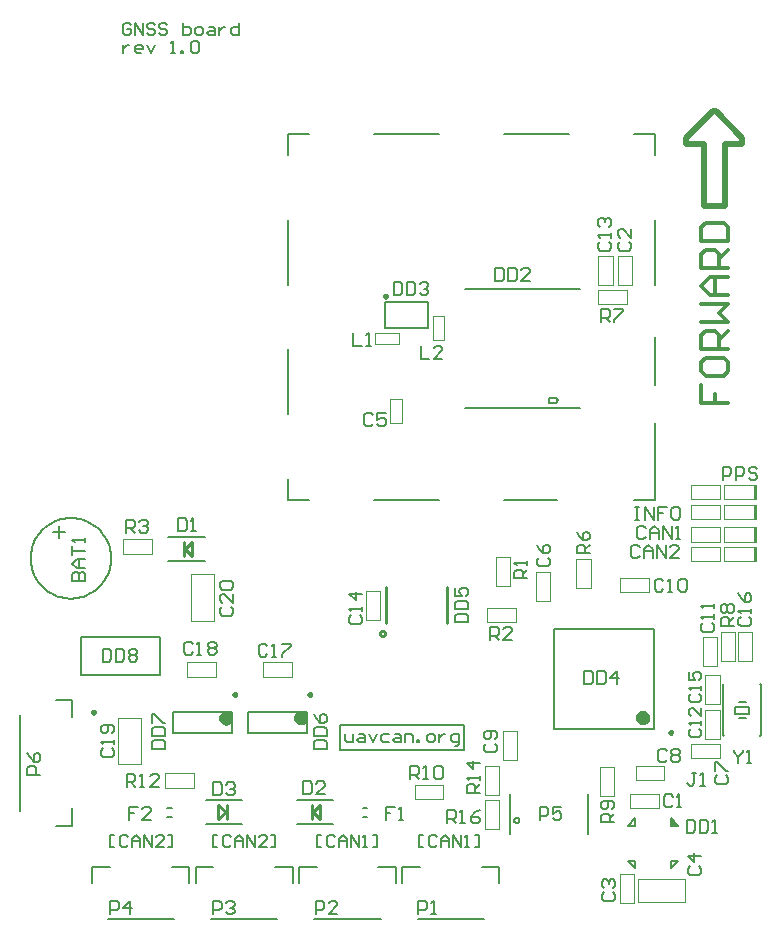
<source format=gto>
%FSTAX43Y43*%
%MOMM*%
%SFA1B1*%

%IPPOS*%
%ADD40C,0.253999*%
%ADD44C,0.203000*%
%ADD45C,0.507999*%
%ADD46C,0.380999*%
%ADD63C,0.250000*%
%ADD64C,0.200000*%
%ADD65C,0.599999*%
%ADD66C,0.100000*%
%ADD67C,0.150000*%
%ADD68C,0.152000*%
%ADD69C,0.147000*%
%ADD70C,0.150000*%
%LNgps-1*%
%LPD*%
G36*
X0151449Y0108695D02*
X0150849D01*
Y0109295*
X0151449Y0108695*
G37*
G54D40*
X0126679Y0124941D02*
D01*
X0126679Y0124957*
X0126677Y0124973*
X0126675Y0124988*
X0126671Y0125003*
X0126666Y0125018*
X012666Y0125033*
X0126653Y0125047*
X0126645Y012506*
X0126637Y0125073*
X0126627Y0125085*
X0126617Y0125097*
X0126605Y0125108*
X0126593Y0125118*
X0126581Y0125127*
X0126567Y0125135*
X0126554Y0125143*
X0126539Y0125149*
X0126525Y0125155*
X012651Y0125159*
X0126494Y0125162*
X0126479Y0125164*
X0126463Y0125165*
X0126448*
X0126432Y0125164*
X0126417Y0125162*
X0126401Y0125159*
X0126386Y0125155*
X0126372Y0125149*
X0126357Y0125143*
X0126343Y0125135*
X012633Y0125127*
X0126318Y0125118*
X0126306Y0125108*
X0126294Y0125097*
X0126284Y0125085*
X0126274Y0125073*
X0126266Y012506*
X0126258Y0125047*
X0126251Y0125033*
X0126245Y0125018*
X012624Y0125003*
X0126236Y0124988*
X0126234Y0124973*
X0126232Y0124957*
X0126231Y0124941*
X0126232Y0124926*
X0126234Y012491*
X0126236Y0124895*
X012624Y012488*
X0126245Y0124865*
X0126251Y012485*
X0126258Y0124836*
X0126266Y0124823*
X0126274Y012481*
X0126284Y0124797*
X0126294Y0124786*
X0126306Y0124775*
X0126318Y0124765*
X012633Y0124756*
X0126343Y0124747*
X0126357Y012474*
X0126372Y0124734*
X0126386Y0124728*
X0126401Y0124724*
X0126417Y0124721*
X0126432Y0124719*
X0126448Y0124718*
X0126463*
X0126479Y0124719*
X0126494Y0124721*
X012651Y0124724*
X0126525Y0124728*
X0126539Y0124734*
X0126554Y012474*
X0126567Y0124747*
X0126581Y0124756*
X0126593Y0124765*
X0126605Y0124775*
X0126617Y0124786*
X0126627Y0124797*
X0126637Y012481*
X0126645Y0124823*
X0126653Y0124836*
X012666Y012485*
X0126666Y0124865*
X0126671Y012488*
X0126675Y0124895*
X0126677Y012491*
X0126679Y0124926*
X0126679Y0124941*
X0126825Y0153521D02*
D01*
X0126825Y015353*
X0126824Y0153539*
X0126823Y0153548*
X0126821Y0153556*
X0126818Y0153565*
X0126815Y0153573*
X0126811Y0153581*
X0126806Y0153589*
X0126801Y0153596*
X0126796Y0153603*
X012679Y015361*
X0126783Y0153616*
X0126777Y0153622*
X012677Y0153627*
X0126762Y0153631*
X0126754Y0153636*
X0126746Y0153639*
X0126738Y0153642*
X0126729Y0153645*
X0126721Y0153647*
X0126712Y0153648*
X0126703Y0153648*
X0126694*
X0126685Y0153648*
X0126676Y0153647*
X0126668Y0153645*
X0126659Y0153642*
X0126651Y0153639*
X0126643Y0153636*
X0126635Y0153631*
X0126627Y0153627*
X012662Y0153622*
X0126613Y0153616*
X0126607Y015361*
X0126601Y0153603*
X0126596Y0153596*
X0126591Y0153589*
X0126586Y0153581*
X0126582Y0153573*
X0126579Y0153565*
X0126576Y0153556*
X0126574Y0153548*
X0126573Y0153539*
X0126572Y015353*
X0126571Y0153521*
X0126572Y0153513*
X0126573Y0153504*
X0126574Y0153495*
X0126576Y0153486*
X0126579Y0153478*
X0126582Y015347*
X0126586Y0153462*
X0126591Y0153454*
X0126596Y0153447*
X0126601Y015344*
X0126607Y0153433*
X0126613Y0153427*
X012662Y0153421*
X0126627Y0153416*
X0126635Y0153412*
X0126643Y0153407*
X0126651Y0153404*
X0126659Y0153401*
X0126668Y0153398*
X0126676Y0153396*
X0126685Y0153395*
X0126694Y0153395*
X0126703*
X0126712Y0153395*
X0126721Y0153396*
X0126729Y0153398*
X0126738Y0153401*
X0126746Y0153404*
X0126754Y0153407*
X0126762Y0153412*
X012677Y0153416*
X0126777Y0153421*
X0126783Y0153427*
X012679Y0153433*
X0126796Y015344*
X0126801Y0153447*
X0126806Y0153454*
X0126811Y0153462*
X0126815Y015347*
X0126818Y0153478*
X0126821Y0153486*
X0126823Y0153495*
X0126824Y0153504*
X0126825Y0153513*
X0126825Y0153521*
X0126755Y0125865D02*
Y0128865D01*
X0131955Y0125865D02*
Y0128865D01*
X0120599Y0109824D02*
X0121199Y0110424D01*
X0120499Y0109224D02*
Y0110424D01*
X0120599Y0109824D02*
X0121199Y0109224D01*
Y0110424*
X0112574Y0109224D02*
X0113174Y0109824D01*
X0113274Y0109224D02*
Y0110424D01*
X0112574D02*
X0113174Y0109824D01*
X0112574Y0109224D02*
Y0110424D01*
X0109724Y0132099D02*
X0110324Y0132699D01*
X0109624Y0131499D02*
Y0132699D01*
X0109724Y0132099D02*
X0110324Y0131499D01*
Y0132699*
G54D44*
X0103478Y0131313D02*
D01*
X010347Y0131551*
X0103445Y0131787*
X0103404Y0132021*
X0103347Y0132252*
X0103273Y0132478*
X0103184Y0132698*
X010308Y0132912*
X0102961Y0133117*
X0102828Y0133314*
X0102682Y0133502*
X0102523Y0133678*
X0102352Y0133843*
X010217Y0133996*
X0101978Y0134136*
X0101776Y0134261*
X0101567Y0134373*
X010135Y013447*
X0101126Y0134551*
X0100898Y0134616*
X0100666Y0134666*
X010043Y0134699*
X0100193Y0134715*
X0099956*
X0099719Y0134699*
X0099483Y0134666*
X0099251Y0134616*
X0099023Y0134551*
X0098799Y013447*
X0098582Y0134373*
X0098372Y0134261*
X0098171Y0134136*
X0097979Y0133996*
X0097797Y0133843*
X0097626Y0133678*
X0097467Y0133502*
X0097321Y0133314*
X0097188Y0133117*
X0097069Y0132912*
X0096965Y0132698*
X0096876Y0132478*
X0096802Y0132252*
X0096745Y0132021*
X0096704Y0131787*
X0096679Y0131551*
X009667Y0131313*
X0096679Y0131076*
X0096704Y013084*
X0096745Y0130606*
X0096802Y0130375*
X0096876Y0130149*
X0096965Y0129929*
X0097069Y0129715*
X0097188Y012951*
X0097321Y0129313*
X0097467Y0129125*
X0097626Y0128949*
X0097797Y0128784*
X0097979Y0128631*
X0098171Y0128491*
X0098372Y0128366*
X0098582Y0128254*
X0098799Y0128157*
X0099023Y0128076*
X0099251Y0128011*
X0099483Y0127961*
X0099719Y0127928*
X0099956Y0127912*
X0100193*
X010043Y0127928*
X0100666Y0127961*
X0100898Y0128011*
X0101126Y0128076*
X010135Y0128157*
X0101567Y0128254*
X0101776Y0128366*
X0101978Y0128491*
X010217Y0128631*
X0102352Y0128784*
X0102523Y0128949*
X0102682Y0129125*
X0102828Y0129313*
X0102961Y012951*
X010308Y0129715*
X0103184Y0129929*
X0103273Y0130149*
X0103347Y0130375*
X0103404Y0130606*
X0103445Y013084*
X010347Y0131076*
X0103478Y0131313*
G54D45*
X0152174Y0166924D02*
X0154424Y0169174D01*
X0156924Y0166424D02*
Y0166924D01*
X0154674Y0169174D02*
X0156924Y0166924D01*
X0154424Y0169174D02*
X0154674D01*
X0152174Y0166424D02*
X0153674D01*
X0155424D02*
X0156924D01*
X0155424Y0161174D02*
Y0166424D01*
X0153674Y0161174D02*
X0155424D01*
X0153674D02*
Y0166424D01*
X0152174D02*
Y0166924D01*
G54D46*
X0153464Y0145998D02*
Y0144474D01*
X0154606*
Y0145236*
Y0144474*
X0155749*
X0153464Y0147902D02*
Y014714D01*
X0153845Y0146759*
X0155368*
X0155749Y014714*
Y0147902*
X0155368Y0148283*
X0153845*
X0153464Y0147902*
X0155749Y0149045D02*
X0153464D01*
Y0150187*
X0153845Y0150568*
X0154606*
X0154987Y0150187*
Y0149045*
Y0149806D02*
X0155749Y0150568D01*
X0153464Y015133D02*
X0155749D01*
X0154987Y0152092*
X0155749Y0152853*
X0153464*
X0155749Y0153615D02*
X0154225D01*
X0153464Y0154377*
X0154225Y0155139*
X0155749*
X0154606*
Y0153615*
X0155749Y01559D02*
X0153464D01*
Y0157043*
X0153845Y0157424*
X0154606*
X0154987Y0157043*
Y01559*
Y0156662D02*
X0155749Y0157424D01*
X0153464Y0158186D02*
X0155749D01*
Y0159328*
X0155368Y0159709*
X0153845*
X0153464Y0159328*
Y0158186*
G54D63*
X0102099Y0118299D02*
D01*
X0102099Y0118308*
X0102098Y0118317*
X0102097Y0118325*
X0102095Y0118334*
X0102092Y0118342*
X0102089Y011835*
X0102085Y0118358*
X010208Y0118366*
X0102076Y0118373*
X010207Y011838*
X0102064Y0118386*
X0102058Y0118392*
X0102051Y0118398*
X0102044Y0118403*
X0102037Y0118408*
X0102029Y0118412*
X0102021Y0118415*
X0102013Y0118418*
X0102005Y0118421*
X0101996Y0118423*
X0101988Y0118424*
X0101979Y0118424*
X010197*
X0101961Y0118424*
X0101953Y0118423*
X0101944Y0118421*
X0101936Y0118418*
X0101928Y0118415*
X010192Y0118412*
X0101912Y0118408*
X0101905Y0118403*
X0101898Y0118398*
X0101891Y0118392*
X0101885Y0118386*
X0101879Y011838*
X0101873Y0118373*
X0101868Y0118366*
X0101864Y0118358*
X010186Y011835*
X0101857Y0118342*
X0101854Y0118334*
X0101852Y0118325*
X0101851Y0118317*
X010185Y0118308*
X0101849Y0118299*
X010185Y0118291*
X0101851Y0118282*
X0101852Y0118274*
X0101854Y0118265*
X0101857Y0118257*
X010186Y0118249*
X0101864Y0118241*
X0101868Y0118233*
X0101873Y0118226*
X0101879Y0118219*
X0101885Y0118213*
X0101891Y0118207*
X0101898Y0118201*
X0101905Y0118196*
X0101912Y0118191*
X010192Y0118187*
X0101928Y0118184*
X0101936Y0118181*
X0101944Y0118178*
X0101953Y0118176*
X0101961Y0118175*
X010197Y0118175*
X0101979*
X0101988Y0118175*
X0101996Y0118176*
X0102005Y0118178*
X0102013Y0118181*
X0102021Y0118184*
X0102029Y0118187*
X0102037Y0118191*
X0102044Y0118196*
X0102051Y0118201*
X0102058Y0118207*
X0102064Y0118213*
X010207Y0118219*
X0102076Y0118226*
X010208Y0118233*
X0102085Y0118241*
X0102089Y0118249*
X0102092Y0118257*
X0102095Y0118265*
X0102097Y0118274*
X0102098Y0118282*
X0102099Y0118291*
X0102099Y0118299*
X012043Y0119803D02*
D01*
X012043Y0119812*
X0120429Y0119821*
X0120428Y0119829*
X0120426Y0119838*
X0120423Y0119846*
X012042Y0119854*
X0120416Y0119862*
X0120412Y011987*
X0120407Y0119877*
X0120401Y0119884*
X0120395Y011989*
X0120389Y0119896*
X0120382Y0119902*
X0120375Y0119907*
X0120368Y0119912*
X012036Y0119916*
X0120352Y0119919*
X0120344Y0119922*
X0120336Y0119925*
X0120327Y0119927*
X0120319Y0119928*
X012031Y0119928*
X0120301*
X0120292Y0119928*
X0120284Y0119927*
X0120275Y0119925*
X0120267Y0119922*
X0120259Y0119919*
X0120251Y0119916*
X0120243Y0119912*
X0120236Y0119907*
X0120229Y0119902*
X0120222Y0119896*
X0120216Y011989*
X012021Y0119884*
X0120204Y0119877*
X0120199Y011987*
X0120195Y0119862*
X0120191Y0119854*
X0120188Y0119846*
X0120185Y0119838*
X0120183Y0119829*
X0120182Y0119821*
X0120181Y0119812*
X012018Y0119803*
X0120181Y0119795*
X0120182Y0119786*
X0120183Y0119777*
X0120185Y0119769*
X0120188Y0119761*
X0120191Y0119753*
X0120195Y0119745*
X0120199Y0119737*
X0120204Y011973*
X012021Y0119723*
X0120216Y0119717*
X0120222Y0119711*
X0120229Y0119705*
X0120236Y01197*
X0120243Y0119695*
X0120251Y0119691*
X0120259Y0119688*
X0120267Y0119685*
X0120275Y0119682*
X0120284Y011968*
X0120292Y0119679*
X0120301Y0119679*
X012031*
X0120319Y0119679*
X0120327Y011968*
X0120336Y0119682*
X0120344Y0119685*
X0120352Y0119688*
X012036Y0119691*
X0120368Y0119695*
X0120375Y01197*
X0120382Y0119705*
X0120389Y0119711*
X0120395Y0119717*
X0120401Y0119723*
X0120407Y011973*
X0120412Y0119737*
X0120416Y0119745*
X012042Y0119753*
X0120423Y0119761*
X0120426Y0119769*
X0120428Y0119777*
X0120429Y0119786*
X012043Y0119795*
X012043Y0119803*
X0114078Y0119799D02*
D01*
X0114078Y0119808*
X0114077Y0119817*
X0114076Y0119825*
X0114074Y0119834*
X0114071Y0119842*
X0114068Y011985*
X0114064Y0119858*
X0114059Y0119866*
X0114055Y0119873*
X0114049Y011988*
X0114043Y0119886*
X0114037Y0119892*
X011403Y0119898*
X0114023Y0119903*
X0114016Y0119908*
X0114008Y0119912*
X0114Y0119915*
X0113992Y0119918*
X0113984Y0119921*
X0113975Y0119923*
X0113967Y0119924*
X0113958Y0119924*
X0113949*
X011394Y0119924*
X0113932Y0119923*
X0113923Y0119921*
X0113915Y0119918*
X0113907Y0119915*
X0113899Y0119912*
X0113891Y0119908*
X0113884Y0119903*
X0113877Y0119898*
X011387Y0119892*
X0113864Y0119886*
X0113858Y011988*
X0113852Y0119873*
X0113847Y0119866*
X0113843Y0119858*
X0113839Y011985*
X0113836Y0119842*
X0113833Y0119834*
X0113831Y0119825*
X011383Y0119817*
X0113829Y0119808*
X0113828Y0119799*
X0113829Y0119791*
X011383Y0119782*
X0113831Y0119774*
X0113833Y0119765*
X0113836Y0119757*
X0113839Y0119749*
X0113843Y0119741*
X0113847Y0119733*
X0113852Y0119726*
X0113858Y0119719*
X0113864Y0119713*
X011387Y0119707*
X0113877Y0119701*
X0113884Y0119696*
X0113891Y0119691*
X0113899Y0119687*
X0113907Y0119684*
X0113915Y0119681*
X0113923Y0119678*
X0113932Y0119676*
X011394Y0119675*
X0113949Y0119675*
X0113958*
X0113967Y0119675*
X0113975Y0119676*
X0113984Y0119678*
X0113992Y0119681*
X0114Y0119684*
X0114008Y0119687*
X0114016Y0119691*
X0114023Y0119696*
X011403Y0119701*
X0114037Y0119707*
X0114043Y0119713*
X0114049Y0119719*
X0114055Y0119726*
X0114059Y0119733*
X0114064Y0119741*
X0114068Y0119749*
X0114071Y0119757*
X0114074Y0119765*
X0114076Y0119774*
X0114077Y0119782*
X0114078Y0119791*
X0114078Y0119799*
X0150999Y0116599D02*
D01*
X0150999Y0116608*
X0150998Y0116617*
X0150997Y0116625*
X0150995Y0116634*
X0150992Y0116642*
X0150989Y011665*
X0150985Y0116658*
X0150981Y0116666*
X0150976Y0116673*
X015097Y011668*
X0150964Y0116686*
X0150958Y0116692*
X0150951Y0116698*
X0150944Y0116703*
X0150937Y0116708*
X0150929Y0116712*
X0150921Y0116715*
X0150913Y0116718*
X0150905Y0116721*
X0150896Y0116723*
X0150888Y0116724*
X0150879Y0116724*
X015087*
X0150861Y0116724*
X0150853Y0116723*
X0150844Y0116721*
X0150836Y0116718*
X0150828Y0116715*
X015082Y0116712*
X0150812Y0116708*
X0150805Y0116703*
X0150798Y0116698*
X0150791Y0116692*
X0150785Y0116686*
X0150779Y011668*
X0150773Y0116673*
X0150768Y0116666*
X0150764Y0116658*
X015076Y011665*
X0150757Y0116642*
X0150754Y0116634*
X0150752Y0116625*
X0150751Y0116617*
X015075Y0116608*
X0150749Y0116599*
X015075Y0116591*
X0150751Y0116582*
X0150752Y0116573*
X0150754Y0116565*
X0150757Y0116557*
X015076Y0116549*
X0150764Y0116541*
X0150768Y0116533*
X0150773Y0116526*
X0150779Y0116519*
X0150785Y0116513*
X0150791Y0116507*
X0150798Y0116501*
X0150805Y0116496*
X0150812Y0116491*
X015082Y0116487*
X0150828Y0116484*
X0150836Y0116481*
X0150844Y0116478*
X0150853Y0116476*
X0150861Y0116475*
X015087Y0116475*
X0150879*
X0150888Y0116475*
X0150896Y0116476*
X0150905Y0116478*
X0150913Y0116481*
X0150921Y0116484*
X0150929Y0116487*
X0150937Y0116491*
X0150944Y0116496*
X0150951Y0116501*
X0150958Y0116507*
X0150964Y0116513*
X015097Y0116519*
X0150976Y0116526*
X0150981Y0116533*
X0150985Y0116541*
X0150989Y0116549*
X0150992Y0116557*
X0150995Y0116565*
X0150997Y0116573*
X0150998Y0116582*
X0150999Y0116591*
X0150999Y0116599*
G54D64*
X0138048Y0109149D02*
D01*
X0138048Y0109165*
X0138046Y0109181*
X0138044Y0109196*
X013804Y0109211*
X0138035Y0109226*
X0138029Y0109241*
X0138022Y0109255*
X0138014Y0109268*
X0138006Y0109281*
X0137996Y0109293*
X0137986Y0109305*
X0137974Y0109316*
X0137962Y0109326*
X013795Y0109335*
X0137936Y0109343*
X0137923Y0109351*
X0137908Y0109357*
X0137894Y0109363*
X0137879Y0109367*
X0137863Y010937*
X0137848Y0109372*
X0137832Y0109373*
X0137817*
X0137801Y0109372*
X0137786Y010937*
X013777Y0109367*
X0137755Y0109363*
X0137741Y0109357*
X0137726Y0109351*
X0137712Y0109343*
X0137699Y0109335*
X0137687Y0109326*
X0137675Y0109316*
X0137663Y0109305*
X0137653Y0109293*
X0137643Y0109281*
X0137635Y0109268*
X0137627Y0109255*
X013762Y0109241*
X0137614Y0109226*
X0137609Y0109211*
X0137605Y0109196*
X0137603Y0109181*
X0137601Y0109165*
X01376Y0109149*
X0137601Y0109134*
X0137603Y0109118*
X0137605Y0109103*
X0137609Y0109088*
X0137614Y0109073*
X013762Y0109058*
X0137627Y0109044*
X0137635Y0109031*
X0137643Y0109018*
X0137653Y0109006*
X0137663Y0108994*
X0137675Y0108983*
X0137687Y0108973*
X0137699Y0108964*
X0137712Y0108955*
X0137726Y0108948*
X0137741Y0108942*
X0137755Y0108936*
X013777Y0108932*
X0137786Y0108929*
X0137801Y0108927*
X0137817Y0108926*
X0137832*
X0137848Y0108927*
X0137863Y0108929*
X0137879Y0108932*
X0137894Y0108936*
X0137908Y0108942*
X0137923Y0108948*
X0137936Y0108955*
X013795Y0108964*
X0137962Y0108973*
X0137974Y0108983*
X0137986Y0108994*
X0137996Y0109006*
X0138006Y0109018*
X0138014Y0109031*
X0138022Y0109044*
X0138029Y0109058*
X0138035Y0109073*
X013804Y0109088*
X0138044Y0109103*
X0138046Y0109118*
X0138048Y0109134*
X0138048Y0109149*
X0100924Y0124649D02*
X0107624D01*
Y0121399D02*
Y0124649D01*
X0100924Y0121399D02*
X0107624D01*
X0100924D02*
Y0124649D01*
X0098849Y0108649D02*
X0100149D01*
X0095749Y0109949D02*
Y0118049D01*
X0100149Y0117849D02*
Y0119349D01*
X0098849D02*
X0100149D01*
Y0108649D02*
Y0110149D01*
X0143824Y0107949D02*
Y0111349D01*
X0137224Y0107949D02*
Y0111349D01*
X0110099Y0103849D02*
Y0105149D01*
X0103199Y0100749D02*
X0108799D01*
X0101899Y0105149D02*
X0103399D01*
X0101899Y0103849D02*
Y0105149D01*
X0108599D02*
X0110099D01*
X0127599Y0103849D02*
Y0105149D01*
X0120699Y0100749D02*
X0126299D01*
X0119399Y0105149D02*
X0120899D01*
X0119399Y0103849D02*
Y0105149D01*
X0126099D02*
X0127599D01*
X0136349Y0103849D02*
Y0105149D01*
X0129449Y0100749D02*
X0135049D01*
X0128149Y0105149D02*
X0129649D01*
X0128149Y0103849D02*
Y0105149D01*
X0134849D02*
X0136349D01*
X0118849Y0103849D02*
Y0105149D01*
X0111949Y0100749D02*
X0117549D01*
X0110649Y0105149D02*
X0112149D01*
X0110649Y0103849D02*
Y0105149D01*
X0117349D02*
X0118849D01*
X0155307Y0120565D02*
X0155407Y0120665D01*
X0155307Y0116365D02*
X0155407Y0116265D01*
X0155307Y0116365D02*
Y0120565D01*
X0158407Y0116265D02*
X0158507Y0116365D01*
X0158407Y0120665D02*
X0158507Y0120565D01*
Y0116365D02*
Y0120565D01*
X0156307Y0118165D02*
Y0118765D01*
X0157507Y0118165D02*
Y0118765D01*
X0156307D02*
X0157507D01*
X0156307Y0118165D02*
X0157507D01*
X0156607Y0119115D02*
X0157207D01*
X0156607Y0117815D02*
X0157207D01*
X011505Y0118303D02*
X012005D01*
X011505Y0116503D02*
X012005D01*
Y0118303*
X011505Y0116503D02*
Y0118303D01*
X0108698Y0118299D02*
X0113698D01*
X0108698Y0116499D02*
X0113698D01*
Y0118299*
X0108698Y0116499D02*
Y0118299D01*
X0133449Y0154149D02*
X0143149D01*
X0133449Y0144049D02*
X0143149D01*
X0141149Y0144899D02*
X0141349Y0144699D01*
X0140549Y0144899D02*
X0141149D01*
Y0144499D02*
X0141349Y0144699D01*
X0140549Y0144499D02*
X0141149D01*
X0140549D02*
Y0144899D01*
X0119199Y0108824D02*
X0122299D01*
X0119199Y0110824D02*
X0122299D01*
X0111474D02*
X0114574D01*
X0111474Y0108824D02*
X0114574D01*
X0108324Y0131099D02*
X0111424D01*
X0108324Y0133099D02*
X0111424D01*
X0150849Y0105095D02*
Y0105695D01*
X0151449*
X0150849Y0105095D02*
X0151449Y0105695D01*
X0147249D02*
X0147849Y0105095D01*
Y0105695*
X0147249D02*
X0147849D01*
Y0108695D02*
Y0109295D01*
X0147249Y0108695D02*
X0147849D01*
X0147249D02*
X0147849Y0109295D01*
X0150849Y0108695D02*
X0151449D01*
X0150849D02*
Y0109295D01*
X0151449Y0108695*
X0126651Y0150795D02*
Y0152995D01*
X0130351Y0150795D02*
Y0152995D01*
X0126651Y0150795D02*
X0130351D01*
X0126651Y0152995D02*
X0130351D01*
X0099062Y0133074D02*
Y013409D01*
X0098554Y0133582D02*
X009957D01*
G54D65*
X011985Y0117803D02*
D01*
X011985Y0117824*
X0119848Y0117845*
X0119844Y0117866*
X0119839Y0117886*
X0119832Y0117906*
X0119825Y0117926*
X0119815Y0117944*
X0119805Y0117962*
X0119793Y011798*
X011978Y0117996*
X0119766Y0118012*
X0119751Y0118026*
X0119735Y011804*
X0119718Y0118052*
X01197Y0118063*
X0119682Y0118073*
X0119663Y0118082*
X0119643Y0118089*
X0119623Y0118095*
X0119603Y0118099*
X0119582Y0118102*
X0119561Y0118103*
X011954*
X0119519Y0118102*
X0119498Y0118099*
X0119478Y0118095*
X0119458Y0118089*
X0119438Y0118082*
X0119419Y0118073*
X01194Y0118063*
X0119383Y0118052*
X0119366Y011804*
X011935Y0118026*
X0119335Y0118012*
X0119321Y0117996*
X0119308Y011798*
X0119296Y0117962*
X0119286Y0117944*
X0119276Y0117926*
X0119269Y0117906*
X0119262Y0117886*
X0119257Y0117866*
X0119253Y0117845*
X0119251Y0117824*
X011925Y0117803*
X0119251Y0117783*
X0119253Y0117762*
X0119257Y0117741*
X0119262Y0117721*
X0119269Y0117701*
X0119276Y0117681*
X0119286Y0117663*
X0119296Y0117645*
X0119308Y0117627*
X0119321Y0117611*
X0119335Y0117595*
X011935Y0117581*
X0119366Y0117567*
X0119383Y0117555*
X01194Y0117544*
X0119419Y0117534*
X0119438Y0117525*
X0119458Y0117518*
X0119478Y0117512*
X0119498Y0117508*
X0119519Y0117505*
X011954Y0117504*
X0119561*
X0119582Y0117505*
X0119603Y0117508*
X0119623Y0117512*
X0119643Y0117518*
X0119663Y0117525*
X0119682Y0117534*
X01197Y0117544*
X0119718Y0117555*
X0119735Y0117567*
X0119751Y0117581*
X0119766Y0117595*
X011978Y0117611*
X0119793Y0117627*
X0119805Y0117645*
X0119815Y0117663*
X0119825Y0117681*
X0119832Y0117701*
X0119839Y0117721*
X0119844Y0117741*
X0119848Y0117762*
X011985Y0117783*
X011985Y0117803*
X0113498Y0117799D02*
D01*
X0113498Y011782*
X0113496Y0117841*
X0113492Y0117862*
X0113487Y0117882*
X011348Y0117902*
X0113473Y0117922*
X0113463Y011794*
X0113453Y0117958*
X0113441Y0117976*
X0113428Y0117992*
X0113414Y0118008*
X0113399Y0118022*
X0113383Y0118036*
X0113366Y0118048*
X0113348Y0118059*
X011333Y0118069*
X0113311Y0118078*
X0113291Y0118085*
X0113271Y0118091*
X0113251Y0118095*
X011323Y0118098*
X0113209Y0118099*
X0113188*
X0113167Y0118098*
X0113146Y0118095*
X0113126Y0118091*
X0113106Y0118085*
X0113086Y0118078*
X0113067Y0118069*
X0113048Y0118059*
X0113031Y0118048*
X0113014Y0118036*
X0112998Y0118022*
X0112983Y0118008*
X0112969Y0117992*
X0112956Y0117976*
X0112944Y0117958*
X0112934Y011794*
X0112924Y0117922*
X0112917Y0117902*
X011291Y0117882*
X0112905Y0117862*
X0112901Y0117841*
X0112899Y011782*
X0112898Y0117799*
X0112899Y0117779*
X0112901Y0117758*
X0112905Y0117737*
X011291Y0117717*
X0112917Y0117697*
X0112924Y0117677*
X0112934Y0117659*
X0112944Y0117641*
X0112956Y0117623*
X0112969Y0117607*
X0112983Y0117591*
X0112998Y0117577*
X0113014Y0117563*
X0113031Y0117551*
X0113048Y011754*
X0113067Y011753*
X0113086Y0117521*
X0113106Y0117514*
X0113126Y0117508*
X0113146Y0117504*
X0113167Y0117501*
X0113188Y01175*
X0113209*
X011323Y0117501*
X0113251Y0117504*
X0113271Y0117508*
X0113291Y0117514*
X0113311Y0117521*
X011333Y011753*
X0113348Y011754*
X0113366Y0117551*
X0113383Y0117563*
X0113399Y0117577*
X0113414Y0117591*
X0113428Y0117607*
X0113441Y0117623*
X0113453Y0117641*
X0113463Y0117659*
X0113473Y0117677*
X011348Y0117697*
X0113487Y0117717*
X0113492Y0117737*
X0113496Y0117758*
X0113498Y0117779*
X0113498Y0117799*
X0148774Y0117824D02*
D01*
X0148774Y0117845*
X0148772Y0117866*
X0148768Y0117887*
X0148763Y0117907*
X0148756Y0117927*
X0148749Y0117947*
X0148739Y0117965*
X0148729Y0117983*
X0148717Y0118001*
X0148704Y0118017*
X014869Y0118033*
X0148675Y0118047*
X0148659Y0118061*
X0148642Y0118073*
X0148624Y0118084*
X0148606Y0118094*
X0148587Y0118103*
X0148567Y011811*
X0148547Y0118116*
X0148527Y011812*
X0148506Y0118123*
X0148485Y0118124*
X0148464*
X0148443Y0118123*
X0148422Y011812*
X0148402Y0118116*
X0148382Y011811*
X0148362Y0118103*
X0148343Y0118094*
X0148324Y0118084*
X0148307Y0118073*
X014829Y0118061*
X0148274Y0118047*
X0148259Y0118033*
X0148245Y0118017*
X0148232Y0118001*
X014822Y0117983*
X014821Y0117965*
X01482Y0117947*
X0148193Y0117927*
X0148186Y0117907*
X0148181Y0117887*
X0148177Y0117866*
X0148175Y0117845*
X0148174Y0117824*
X0148175Y0117804*
X0148177Y0117783*
X0148181Y0117762*
X0148186Y0117742*
X0148193Y0117722*
X01482Y0117702*
X014821Y0117684*
X014822Y0117666*
X0148232Y0117648*
X0148245Y0117632*
X0148259Y0117616*
X0148274Y0117602*
X014829Y0117588*
X0148307Y0117576*
X0148324Y0117565*
X0148343Y0117555*
X0148362Y0117546*
X0148382Y0117539*
X0148402Y0117533*
X0148422Y0117529*
X0148443Y0117526*
X0148464Y0117525*
X0148485*
X0148506Y0117526*
X0148527Y0117529*
X0148547Y0117533*
X0148567Y0117539*
X0148587Y0117546*
X0148606Y0117555*
X0148624Y0117565*
X0148642Y0117576*
X0148659Y0117588*
X0148675Y0117602*
X014869Y0117616*
X0148704Y0117632*
X0148717Y0117648*
X0148729Y0117666*
X0148739Y0117684*
X0148749Y0117702*
X0148756Y0117722*
X0148763Y0117742*
X0148768Y0117762*
X0148772Y0117783*
X0148774Y0117804*
X0148774Y0117824*
G54D66*
X0128099Y0142799D02*
Y0144799D01*
X0127099Y0142799D02*
Y0144799D01*
X0128099*
X0127099Y0142799D02*
X0128099D01*
X0129174Y0110949D02*
X0131624D01*
X0129174Y0112149D02*
X0131624D01*
Y0110949D02*
Y0112149D01*
X0129174Y0110949D02*
Y0112149D01*
X0135099Y0108424D02*
Y0110874D01*
X0136299Y0108424D02*
Y0110874D01*
X0135099Y0108424D02*
X0136299D01*
X0135099Y0110874D02*
X0136299D01*
X0147174Y0152835D02*
Y0154035D01*
X0144724Y0152835D02*
Y0154035D01*
Y0152835D02*
X0147174D01*
X0144724Y0154035D02*
X0147174D01*
X0155082Y0125049D02*
X0156282D01*
X0155082Y0122599D02*
X0156282D01*
Y0125049*
X0155082Y0122599D02*
Y0125049D01*
X0137874Y0114224D02*
Y0116674D01*
X0136674Y0114224D02*
Y0116674D01*
X0137874*
X0136674Y0114224D02*
X0137874D01*
X0135099Y0111274D02*
Y0113724D01*
X0136299Y0111274D02*
Y0113724D01*
X0135099Y0111274D02*
X0136299D01*
X0135099Y0113724D02*
X0136299D01*
X0156557Y0122599D02*
Y0125049D01*
X0157757Y0122599D02*
Y0125049D01*
X0156557Y0122599D02*
X0157757D01*
X0156557Y0125049D02*
X0157757D01*
X015476Y0122222D02*
Y0124672D01*
X015356Y0122222D02*
Y0124672D01*
X015476*
X015356Y0122222D02*
X015476D01*
X0155003Y0118999D02*
Y0121449D01*
X0153803Y0118999D02*
Y0121449D01*
X0155003*
X0153803Y0118999D02*
X0155003D01*
X0153803Y0116018D02*
Y0118468D01*
X0155003Y0116018D02*
Y0118468D01*
X0153803Y0116018D02*
X0155003D01*
X0153803Y0118468D02*
X0155003D01*
X0152553Y0115574D02*
X0155003D01*
X0152553Y0114374D02*
X0155003D01*
X0152553D02*
Y0115574D01*
X0155003Y0114374D02*
Y0115574D01*
X0147882Y0112524D02*
X0150332D01*
X0147882Y0113724D02*
X0150332D01*
Y0112524D02*
Y0113724D01*
X0147882Y0112524D02*
Y0113724D01*
X0144899Y0111199D02*
Y0113649D01*
X0146099Y0111199D02*
Y0113649D01*
X0144899Y0111199D02*
X0146099D01*
X0144899Y0113649D02*
X0146099D01*
X0135299Y0127099D02*
X0137749D01*
X0135299Y0125899D02*
X0137749D01*
X0135299D02*
Y0127099D01*
X0137749Y0125899D02*
Y0127099D01*
X0139474Y0127724D02*
Y0130174D01*
X0140674Y0127724D02*
Y0130174D01*
X0139474Y0127724D02*
X0140674D01*
X0139474Y0130174D02*
X0140674D01*
X0146549Y010217D02*
Y010462D01*
X0147749Y010217D02*
Y010462D01*
X0146549Y010217D02*
X0147749D01*
X0146549Y010462D02*
X0147749D01*
X0109949Y0122499D02*
X0112399D01*
X0109949Y0121299D02*
X0112399D01*
X0109949D02*
Y0122499D01*
X0112399Y0121299D02*
Y0122499D01*
X0116374D02*
X0118824D01*
X0116374Y0121299D02*
X0118824D01*
X0116374D02*
Y0122499D01*
X0118824Y0121299D02*
Y0122499D01*
X0108024Y0111899D02*
X0110474D01*
X0108024Y0113099D02*
X0110474D01*
Y0111899D02*
Y0113099D01*
X0108024Y0111899D02*
Y0113099D01*
X0104099Y0113874D02*
Y0117824D01*
X0106049Y0113874D02*
Y0117824D01*
X0104099D02*
X0106049D01*
X0104099Y0113874D02*
X0106049D01*
X0104474Y0132924D02*
X0106924D01*
X0104474Y0131724D02*
X0106924D01*
X0104474D02*
Y0132924D01*
X0106924Y0131724D02*
Y0132924D01*
X0110249Y0126024D02*
Y0129974D01*
X0112199Y0126024D02*
Y0129974D01*
X0110249D02*
X0112199D01*
X0110249Y0126024D02*
X0112199D01*
X0155399Y0136299D02*
X0158099D01*
X0155399Y0137499D02*
X0158099D01*
X0158024Y0136299D02*
Y0137499D01*
X0155399Y0136299D02*
Y0137499D01*
X0158124Y0136299D02*
Y0137499D01*
X0157924Y0136299D02*
Y0137499D01*
X0155399Y0134666D02*
X0158099D01*
X0155399Y0135866D02*
X0158099D01*
X0158024Y0134666D02*
Y0135866D01*
X0155399Y0134666D02*
Y0135866D01*
X0158124Y0134666D02*
Y0135866D01*
X0157924Y0134666D02*
Y0135866D01*
X0155399Y0132732D02*
X0158099D01*
X0155399Y0133932D02*
X0158099D01*
X0158024Y0132732D02*
Y0133932D01*
X0155399Y0132732D02*
Y0133932D01*
X0158124Y0132732D02*
Y0133932D01*
X0157924Y0132732D02*
Y0133932D01*
X0155399Y0131099D02*
X0158099D01*
X0155399Y0132299D02*
X0158099D01*
X0158024Y0131099D02*
Y0132299D01*
X0155399Y0131099D02*
Y0132299D01*
X0158124Y0131099D02*
Y0132299D01*
X0157924Y0131099D02*
Y0132299D01*
X0136049Y0128949D02*
Y0131399D01*
X0137249Y0128949D02*
Y0131399D01*
X0136049Y0128949D02*
X0137249D01*
X0136049Y0131399D02*
X0137249D01*
X0147601Y0154433D02*
Y0156883D01*
X0146401Y0154433D02*
Y0156883D01*
X0147601*
X0146401Y0154433D02*
X0147601D01*
X0144733D02*
Y0156883D01*
X0145933Y0154433D02*
Y0156883D01*
X0144733Y0154433D02*
X0145933D01*
X0144733Y0156883D02*
X0145933D01*
X0152599Y0134666D02*
X0155049D01*
X0152599Y0135866D02*
X0155049D01*
Y0134666D02*
Y0135866D01*
X0152599Y0134666D02*
Y0135866D01*
Y0131099D02*
X0155049D01*
X0152599Y0132299D02*
X0155049D01*
Y0131099D02*
Y0132299D01*
X0152599Y0131099D02*
Y0132299D01*
Y0132732D02*
X0155049D01*
X0152599Y0133932D02*
X0155049D01*
Y0132732D02*
Y0133932D01*
X0152599Y0132732D02*
Y0133932D01*
Y0136299D02*
X0155049D01*
X0152599Y0137499D02*
X0155049D01*
Y0136299D02*
Y0137499D01*
X0152599Y0136299D02*
Y0137499D01*
X0127861Y0149435D02*
Y0150435D01*
X0125861Y0149435D02*
Y0150435D01*
Y0149435D02*
X0127861D01*
X0125861Y0150435D02*
X0127861D01*
X0130701Y0149795D02*
X0131701D01*
X0130701Y0151795D02*
X0131701D01*
X0130701Y0149795D02*
Y0151795D01*
X0131701Y0149795D02*
Y0151795D01*
X0125074Y0126074D02*
Y0128524D01*
X0126274Y0126074D02*
Y0128524D01*
X0125074Y0126074D02*
X0126274D01*
X0125074Y0128524D02*
X0126274D01*
X0152059Y0102185D02*
Y0104135D01*
X0148109Y0102185D02*
Y0104135D01*
X0152059*
X0148109Y0102185D02*
X0152059D01*
X0147449Y0111399D02*
X0149899D01*
X0147449Y0110199D02*
X0149899D01*
X0147449D02*
Y0111399D01*
X0149899Y0110199D02*
Y0111399D01*
X0144074Y0128832D02*
Y0131282D01*
X0142874Y0128832D02*
Y0131282D01*
X0144074*
X0142874Y0128832D02*
X0144074D01*
X0146582Y0129624D02*
X0149032D01*
X0146582Y0128424D02*
X0149032D01*
X0146582D02*
Y0129624D01*
X0149032Y0128424D02*
Y0129624D01*
G54D67*
X0118499Y0143499D02*
Y0148999D01*
Y0154499D02*
Y0159999D01*
X0125749Y0136249D02*
X0131249D01*
X0136749D02*
X0141233D01*
X0118499Y0165499D02*
Y0167249D01*
Y0136249D02*
Y0137999D01*
Y0136249D02*
X0120249D01*
X0147749D02*
X0149499D01*
Y0145999D02*
Y0150023D01*
Y0154499D02*
Y0159999D01*
Y0136249D02*
Y0142749D01*
Y0165499D02*
Y0167249D01*
X0136749D02*
X0142249D01*
X0125749D02*
X0131249D01*
X0147749D02*
X0149499D01*
X0118499D02*
X0120249D01*
X0124769Y0110174D02*
X0125129D01*
X0124769Y0109374D02*
X0125129D01*
X0108244D02*
X0108604D01*
X0108244Y0110174D02*
X0108604D01*
X0149474Y0116824D02*
Y0125324D01*
X0140974Y0116824D02*
Y0125324D01*
Y0116824D02*
X0149474D01*
X0140974Y0125324D02*
X0149474D01*
X0125632Y0143415D02*
X0125449Y0143599D01*
X0125082*
X0124899Y0143415*
Y0142682*
X0125082Y0142499*
X0125449*
X0125632Y0142682*
X0126732Y0143599D02*
X0125999D01*
Y0143049*
X0126365Y0143232*
X0126548*
X0126732Y0143049*
Y0142682*
X0126548Y0142499*
X0126182*
X0125999Y0142682*
X0102774Y0123674D02*
Y0122574D01*
X0103324*
X0103507Y0122757*
Y012349*
X0103324Y0123674*
X0102774*
X0103874D02*
Y0122574D01*
X0104423*
X0104607Y0122757*
Y012349*
X0104423Y0123674*
X0103874*
X0104973Y012349D02*
X0105157Y0123674D01*
X0105523*
X0105706Y012349*
Y0123307*
X0105523Y0123124*
X0105706Y0122941*
Y0122757*
X0105523Y0122574*
X0105157*
X0104973Y0122757*
Y0122941*
X0105157Y0123124*
X0104973Y0123307*
Y012349*
X0105157Y0123124D02*
X0105523D01*
X0103399Y0101199D02*
Y0102299D01*
X0103949*
X0104132Y0102115*
Y0101749*
X0103949Y0101566*
X0103399*
X0105048Y0101199D02*
Y0102299D01*
X0104499Y0101749*
X0105232*
X0120799Y0101199D02*
Y0102299D01*
X0121349*
X0121532Y0102115*
Y0101749*
X0121349Y0101566*
X0120799*
X0122632Y0101199D02*
X0121899D01*
X0122632Y0101932*
Y0102115*
X0122448Y0102299*
X0122082*
X0121899Y0102115*
X0129499Y0101199D02*
Y0102299D01*
X0130049*
X0130232Y0102115*
Y0101749*
X0130049Y0101566*
X0129499*
X0130599Y0101199D02*
X0130965D01*
X0130782*
Y0102299*
X0130599Y0102115*
X0143532Y0121774D02*
Y0120674D01*
X0144082*
X0144265Y0120857*
Y012159*
X0144082Y0121774*
X0143532*
X0144632D02*
Y0120674D01*
X0145181*
X0145365Y0120857*
Y012159*
X0145181Y0121774*
X0144632*
X0146281Y0120674D02*
Y0121774D01*
X0145731Y0121224*
X0146464*
X0151032Y011114D02*
X0150849Y0111324D01*
X0150482*
X0150299Y011114*
Y0110407*
X0150482Y0110224*
X0150849*
X0151032Y0110407*
X0151399Y0110224D02*
X0151765D01*
X0151582*
Y0111324*
X0151399Y011114*
X0146608Y0158107D02*
X0146424Y0157924D01*
Y0157557*
X0146608Y0157374*
X0147341*
X0147524Y0157557*
Y0157924*
X0147341Y0158107*
X0147524Y0159207D02*
Y0158474D01*
X0146791Y0159207*
X0146608*
X0146424Y0159023*
Y0158657*
X0146608Y0158474*
X0145233Y0103028D02*
X0145049Y0102845D01*
Y0102478*
X0145233Y0102295*
X0145966*
X0146149Y0102478*
Y0102845*
X0145966Y0103028*
X0145233Y0103395D02*
X0145049Y0103578D01*
Y0103944*
X0145233Y0104128*
X0145416*
X0145599Y0103944*
Y0103761*
Y0103944*
X0145782Y0104128*
X0145966*
X0146149Y0103944*
Y0103578*
X0145966Y0103395*
X0152483Y0105232D02*
X0152299Y0105049D01*
Y0104682*
X0152483Y0104499*
X0153216*
X0153399Y0104682*
Y0105049*
X0153216Y0105232*
X0153399Y0106148D02*
X0152299D01*
X0152849Y0105599*
Y0106332*
X0139708Y0131382D02*
X0139524Y0131199D01*
Y0130832*
X0139708Y0130649*
X0140441*
X0140624Y0130832*
Y0131199*
X0140441Y0131382*
X0139524Y0132482D02*
X0139708Y0132115D01*
X0140074Y0131749*
X0140441*
X0140624Y0131932*
Y0132298*
X0140441Y0132482*
X0140257*
X0140074Y0132298*
Y0131749*
X0154808Y0112932D02*
X0154624Y0112749D01*
Y0112382*
X0154808Y0112199*
X0155541*
X0155724Y0112382*
Y0112749*
X0155541Y0112932*
X0154624Y0113299D02*
Y0114032D01*
X0154808*
X0155541Y0113299*
X0155724*
X0150532Y0115015D02*
X0150349Y0115199D01*
X0149982*
X0149799Y0115015*
Y0114282*
X0149982Y0114099*
X0150349*
X0150532Y0114282*
X0150899Y0115015D02*
X0151082Y0115199D01*
X0151448*
X0151632Y0115015*
Y0114832*
X0151448Y0114649*
X0151632Y0114466*
Y0114282*
X0151448Y0114099*
X0151082*
X0150899Y0114282*
Y0114466*
X0151082Y0114649*
X0150899Y0114832*
Y0115015*
X0151082Y0114649D02*
X0151448D01*
X0135258Y0115632D02*
X0135074Y0115449D01*
Y0115082*
X0135258Y0114899*
X0135991*
X0136174Y0115082*
Y0115449*
X0135991Y0115632*
Y0115999D02*
X0136174Y0116182D01*
Y0116548*
X0135991Y0116732*
X0135258*
X0135074Y0116548*
Y0116182*
X0135258Y0115999*
X0135441*
X0135624Y0116182*
Y0116732*
X0150232Y0129415D02*
X0150049Y0129599D01*
X0149682*
X0149499Y0129415*
Y0128682*
X0149682Y0128499*
X0150049*
X0150232Y0128682*
X0150599Y0128499D02*
X0150965D01*
X0150782*
Y0129599*
X0150599Y0129415*
X0151515D02*
X0151698Y0129599D01*
X0152065*
X0152248Y0129415*
Y0128682*
X0152065Y0128499*
X0151698*
X0151515Y0128682*
Y0129415*
X0153583Y0125832D02*
X0153399Y0125649D01*
Y0125282*
X0153583Y0125099*
X0154316*
X0154499Y0125282*
Y0125649*
X0154316Y0125832*
X0154499Y0126199D02*
Y0126565D01*
Y0126382*
X0153399*
X0153583Y0126199*
X0154499Y0127115D02*
Y0127482D01*
Y0127298*
X0153399*
X0153583Y0127115*
X0152599Y011684D02*
X0152432Y0116674D01*
Y0116341*
X0152599Y0116174*
X0153265*
X0153432Y0116341*
Y0116674*
X0153265Y011684*
X0153432Y0117174D02*
Y0117507D01*
Y011734*
X0152432*
X0152599Y0117174*
X0153432Y0118673D02*
Y0118007D01*
X0152766Y0118673*
X0152599*
X0152432Y0118507*
Y0118173*
X0152599Y0118007*
X0123833Y0126482D02*
X0123649Y0126299D01*
Y0125932*
X0123833Y0125749*
X0124566*
X0124749Y0125932*
Y0126299*
X0124566Y0126482*
X0124749Y0126849D02*
Y0127215D01*
Y0127032*
X0123649*
X0123833Y0126849*
X0124749Y0128315D02*
X0123649D01*
X0124199Y0127765*
Y0128498*
X0152599Y011984D02*
X0152432Y0119674D01*
Y0119341*
X0152599Y0119174*
X0153265*
X0153432Y0119341*
Y0119674*
X0153265Y011984*
X0153432Y0120174D02*
Y0120507D01*
Y012034*
X0152432*
X0152599Y0120174*
X0152432Y0121673D02*
Y0121007D01*
X0152932*
X0152766Y012134*
Y0121507*
X0152932Y0121673*
X0153265*
X0153432Y0121507*
Y0121173*
X0153265Y0121007*
X0156783Y0126332D02*
X0156599Y0126149D01*
Y0125782*
X0156783Y0125599*
X0157516*
X0157699Y0125782*
Y0126149*
X0157516Y0126332*
X0157699Y0126699D02*
Y0127065D01*
Y0126882*
X0156599*
X0156783Y0126699*
X0156599Y0128348D02*
X0156783Y0127982D01*
X0157149Y0127615*
X0157516*
X0157699Y0127798*
Y0128165*
X0157516Y0128348*
X0157332*
X0157149Y0128165*
Y0127615*
X0116707Y0123915D02*
X0116524Y0124099D01*
X0116157*
X0115974Y0123915*
Y0123182*
X0116157Y0122999*
X0116524*
X0116707Y0123182*
X0117074Y0122999D02*
X011744D01*
X0117257*
Y0124099*
X0117074Y0123915*
X011799Y0124099D02*
X0118723D01*
Y0123915*
X011799Y0123182*
Y0122999*
X0110389Y0124084D02*
X0110206Y0124267D01*
X0109839*
X0109656Y0124084*
Y0123351*
X0109839Y0123167*
X0110206*
X0110389Y0123351*
X0110755Y0123167D02*
X0111122D01*
X0110939*
Y0124267*
X0110755Y0124084*
X0111672D02*
X0111855Y0124267D01*
X0112222*
X0112405Y0124084*
Y0123901*
X0112222Y0123717*
X0112405Y0123534*
Y0123351*
X0112222Y0123167*
X0111855*
X0111672Y0123351*
Y0123534*
X0111855Y0123717*
X0111672Y0123901*
Y0124084*
X0111855Y0123717D02*
X0112222D01*
X0102825Y0115225D02*
X0102642Y0115042D01*
Y0114675*
X0102825Y0114492*
X0103558*
X0103741Y0114675*
Y0115042*
X0103558Y0115225*
X0103741Y0115592D02*
Y0115958D01*
Y0115775*
X0102642*
X0102825Y0115592*
X0103558Y0116508D02*
X0103741Y0116691D01*
Y0117058*
X0103558Y0117241*
X0102825*
X0102642Y0117058*
Y0116691*
X0102825Y0116508*
X0103008*
X0103192Y0116691*
Y0117241*
X0112883Y0127207D02*
X0112699Y0127024D01*
Y0126657*
X0112883Y0126474*
X0113616*
X0113799Y0126657*
Y0127024*
X0113616Y0127207*
X0113799Y0128307D02*
Y0127574D01*
X0113066Y0128307*
X0112883*
X0112699Y0128123*
Y0127757*
X0112883Y0127574*
Y0128673D02*
X0112699Y0128857D01*
Y0129223*
X0112883Y0129406*
X0113616*
X0113799Y0129223*
Y0128857*
X0113616Y0128673*
X0112883*
X0119749Y0112424D02*
Y0111324D01*
X0120299*
X0120482Y0111507*
Y011224*
X0120299Y0112424*
X0119749*
X0121582Y0111324D02*
X0120849D01*
X0121582Y0112057*
Y011224*
X0121398Y0112424*
X0121032*
X0120849Y011224*
X0112124Y0112349D02*
Y0111249D01*
X0112674*
X0112857Y0111432*
Y0112165*
X0112674Y0112349*
X0112124*
X0113224Y0112165D02*
X0113407Y0112349D01*
X0113773*
X0113957Y0112165*
Y0111982*
X0113773Y0111799*
X011359*
X0113773*
X0113957Y0111616*
Y0111432*
X0113773Y0111249*
X0113407*
X0113224Y0111432*
X0152199Y0109199D02*
Y0108099D01*
X0152749*
X0152932Y0108282*
Y0109015*
X0152749Y0109199*
X0152199*
X0153299D02*
Y0108099D01*
X0153848*
X0154032Y0108282*
Y0109015*
X0153848Y0109199*
X0153299*
X0154398Y0108099D02*
X0154765D01*
X0154582*
Y0109199*
X0154398Y0109015*
X0136001Y0155895D02*
Y0154795D01*
X0136551*
X0136734Y0154978*
Y0155711*
X0136551Y0155895*
X0136001*
X0137101D02*
Y0154795D01*
X013765*
X0137834Y0154978*
Y0155711*
X013765Y0155895*
X0137101*
X0138933Y0154795D02*
X01382D01*
X0138933Y0155528*
Y0155711*
X013875Y0155895*
X0138384*
X01382Y0155711*
X0132599Y0125899D02*
X0133699D01*
Y0126449*
X0133516Y0126632*
X0132783*
X0132599Y0126449*
Y0125899*
Y0126999D02*
X0133699D01*
Y0127548*
X0133516Y0127732*
X0132783*
X0132599Y0127548*
Y0126999*
Y0128831D02*
Y0128098D01*
X0133149*
X0132966Y0128465*
Y0128648*
X0133149Y0128831*
X0133516*
X0133699Y0128648*
Y0128282*
X0133516Y0128098*
X0120624Y0115199D02*
X0121724D01*
Y0115749*
X0121541Y0115932*
X0120808*
X0120624Y0115749*
Y0115199*
Y0116299D02*
X0121724D01*
Y0116848*
X0121541Y0117032*
X0120808*
X0120624Y0116848*
Y0116299*
Y0118131D02*
X0120808Y0117765D01*
X0121174Y0117398*
X0121541*
X0121724Y0117582*
Y0117948*
X0121541Y0118131*
X0121357*
X0121174Y0117948*
Y0117398*
X0106949Y0115199D02*
X0108049D01*
Y0115749*
X0107866Y0115932*
X0107133*
X0106949Y0115749*
Y0115199*
Y0116299D02*
X0108049D01*
Y0116848*
X0107866Y0117032*
X0107133*
X0106949Y0116848*
Y0116299*
Y0117398D02*
Y0118131D01*
X0107133*
X0107866Y0117398*
X0108049*
X0127482Y0110299D02*
X0126749D01*
Y0109749*
X0127116*
X0126749*
Y0109199*
X0127849D02*
X0128215D01*
X0128032*
Y0110299*
X0127849Y0110115*
X0105757Y0110299D02*
X0105024D01*
Y0109749*
X0105391*
X0105024*
Y0109199*
X0106857D02*
X0106124D01*
X0106857Y0109932*
Y0110115*
X0106673Y0110299*
X0106307*
X0106124Y0110115*
X0129699Y0149299D02*
Y0148199D01*
X0130432*
X0131532D02*
X0130799D01*
X0131532Y0148932*
Y0149115*
X0131348Y0149299*
X0130982*
X0130799Y0149115*
X0123999Y0150399D02*
Y0149299D01*
X0124732*
X0125099D02*
X0125465D01*
X0125282*
Y0150399*
X0125099Y0150215*
X0155249Y0137949D02*
Y0139049D01*
X0155799*
X0155982Y0138865*
Y0138499*
X0155799Y0138316*
X0155249*
X0156349Y0137949D02*
Y0139049D01*
X0156898*
X0157082Y0138865*
Y0138499*
X0156898Y0138316*
X0156349*
X0158181Y0138865D02*
X0157998Y0139049D01*
X0157632*
X0157448Y0138865*
Y0138682*
X0157632Y0138499*
X0157998*
X0158181Y0138316*
Y0138132*
X0157998Y0137949*
X0157632*
X0157448Y0138132*
X0148732Y0133865D02*
X0148549Y0134049D01*
X0148182*
X0147999Y0133865*
Y0133132*
X0148182Y0132949*
X0148549*
X0148732Y0133132*
X0149099Y0132949D02*
Y0133682D01*
X0149465Y0134049*
X0149832Y0133682*
Y0132949*
Y0133499*
X0149099*
X0150198Y0132949D02*
Y0134049D01*
X0150931Y0132949*
Y0134049*
X0151298Y0132949D02*
X0151664D01*
X0151481*
Y0134049*
X0151298Y0133865*
X0148232Y0132265D02*
X0148049Y0132449D01*
X0147682*
X0147499Y0132265*
Y0131532*
X0147682Y0131349*
X0148049*
X0148232Y0131532*
X0148599Y0131349D02*
Y0132082D01*
X0148965Y0132449*
X0149332Y0132082*
Y0131349*
Y0131899*
X0148599*
X0149698Y0131349D02*
Y0132449D01*
X0150431Y0131349*
Y0132449*
X0151531Y0131349D02*
X0150798D01*
X0151531Y0132082*
Y0132265*
X0151348Y0132449*
X0150981*
X0150798Y0132265*
X0147799Y0135699D02*
X0148166D01*
X0147982*
Y0134599*
X0147799*
X0148166*
X0148715D02*
Y0135699D01*
X0149448Y0134599*
Y0135699*
X0150548D02*
X0149815D01*
Y0135149*
X0150182*
X0149815*
Y0134599*
X0151464Y0135699D02*
X0151098D01*
X0150915Y0135515*
Y0134782*
X0151098Y0134599*
X0151464*
X0151648Y0134782*
Y0135515*
X0151464Y0135699*
X0112099Y0101199D02*
Y0102299D01*
X0112649*
X0112832Y0102115*
Y0101749*
X0112649Y0101566*
X0112099*
X0113199Y0102115D02*
X0113382Y0102299D01*
X0113748*
X0113932Y0102115*
Y0101932*
X0113748Y0101749*
X0113565*
X0113748*
X0113932Y0101566*
Y0101382*
X0113748Y0101199*
X0113382*
X0113199Y0101382*
X0138724Y0129624D02*
X0137624D01*
Y0130174*
X0137808Y0130357*
X0138174*
X0138357Y0130174*
Y0129624*
Y0129991D02*
X0138724Y0130357D01*
Y0130724D02*
Y013109D01*
Y0130907*
X0137624*
X0137808Y0130724*
X0135599Y0124399D02*
Y0125499D01*
X0136149*
X0136332Y0125315*
Y0124949*
X0136149Y0124766*
X0135599*
X0135966D02*
X0136332Y0124399D01*
X0137432D02*
X0136699D01*
X0137432Y0125132*
Y0125315*
X0137248Y0125499*
X0136882*
X0136699Y0125315*
X0104749Y0133499D02*
Y0134599D01*
X0105299*
X0105482Y0134415*
Y0134049*
X0105299Y0133866*
X0104749*
X0105116D02*
X0105482Y0133499D01*
X0105849Y0134415D02*
X0106032Y0134599D01*
X0106398*
X0106582Y0134415*
Y0134232*
X0106398Y0134049*
X0106215*
X0106398*
X0106582Y0133866*
Y0133682*
X0106398Y0133499*
X0106032*
X0105849Y0133682*
X0146074Y0108974D02*
X0144974D01*
Y0109524*
X0145158Y0109707*
X0145524*
X0145707Y0109524*
Y0108974*
Y0109341D02*
X0146074Y0109707D01*
X0145891Y0110074D02*
X0146074Y0110257D01*
Y0110623*
X0145891Y0110807*
X0145158*
X0144974Y0110623*
Y0110257*
X0145158Y0110074*
X0145341*
X0145524Y0110257*
Y0110807*
X0128824Y0112624D02*
Y0113724D01*
X0129374*
X0129557Y011354*
Y0113174*
X0129374Y0112991*
X0128824*
X0129191D02*
X0129557Y0112624D01*
X0129924D02*
X013029D01*
X0130107*
Y0113724*
X0129924Y011354*
X013084D02*
X0131023Y0113724D01*
X013139*
X0131573Y011354*
Y0112807*
X013139Y0112624*
X0131023*
X013084Y0112807*
Y011354*
X0104799Y0111974D02*
Y0113074D01*
X0105349*
X0105532Y011289*
Y0112524*
X0105349Y0112341*
X0104799*
X0105166D02*
X0105532Y0111974D01*
X0105899D02*
X0106265D01*
X0106082*
Y0113074*
X0105899Y011289*
X0107548Y0111974D02*
X0106815D01*
X0107548Y0112707*
Y011289*
X0107365Y0113074*
X0106998*
X0106815Y011289*
X0109174Y0134699D02*
Y0133599D01*
X0109724*
X0109907Y0133782*
Y0134515*
X0109724Y0134699*
X0109174*
X0110274Y0133599D02*
X011064D01*
X0110457*
Y0134699*
X0110274Y0134515*
X0156232Y0115074D02*
Y011489D01*
X0156599Y0114524*
X0156965Y011489*
Y0115074*
X0156599Y0114524D02*
Y0113974D01*
X0157332D02*
X0157698D01*
X0157515*
Y0115074*
X0157332Y011489*
X0144908Y0158107D02*
X0144724Y0157924D01*
Y0157557*
X0144908Y0157374*
X0145641*
X0145824Y0157557*
Y0157924*
X0145641Y0158107*
X0145824Y0158474D02*
Y015884D01*
Y0158657*
X0144724*
X0144908Y0158474*
Y015939D02*
X0144724Y0159573D01*
Y015994*
X0144908Y0160123*
X0145091*
X0145274Y015994*
Y0159757*
Y015994*
X0145457Y0160123*
X0145641*
X0145824Y015994*
Y0159573*
X0145641Y015939*
X0100199Y0129399D02*
X0101299D01*
Y0129949*
X0101116Y0130132*
X0100932*
X0100749Y0129949*
Y0129399*
Y0129949*
X0100566Y0130132*
X0100383*
X0100199Y0129949*
Y0129399*
X0101299Y0130499D02*
X0100566D01*
X0100199Y0130865*
X0100566Y0131232*
X0101299*
X0100749*
Y0130499*
X0100199Y0131598D02*
Y0132331D01*
Y0131965*
X0101299*
Y0132698D02*
Y0133064D01*
Y0132881*
X0100199*
X0100383Y0132698*
X0127399Y0154699D02*
Y0153599D01*
X0127949*
X0128132Y0153782*
Y0154515*
X0127949Y0154699*
X0127399*
X0128499D02*
Y0153599D01*
X0129048*
X0129232Y0153782*
Y0154515*
X0129048Y0154699*
X0128499*
X0129598Y0154515D02*
X0129782Y0154699D01*
X0130148*
X0130331Y0154515*
Y0154332*
X0130148Y0154149*
X0129965*
X0130148*
X0130331Y0153966*
Y0153782*
X0130148Y0153599*
X0129782*
X0129598Y0153782*
G54D68*
X0122824Y0115099D02*
Y0117224D01*
X0133324D01*
X0122849Y0115049D02*
X0133349D01*
Y0117174D01*
X0139774Y0109149D02*
Y0110249D01*
X0140324*
X0140507Y0110065*
Y0109699*
X0140324Y0109516*
X0139774*
X0141607Y0110249D02*
X0140874D01*
Y0109699*
X014124Y0109882*
X0141423*
X0141607Y0109699*
Y0109332*
X0141423Y0109149*
X0141057*
X0140874Y0109332*
X0144999Y0151299D02*
Y0152399D01*
X0145549*
X0145732Y0152215*
Y0151849*
X0145549Y0151666*
X0144999*
X0145366D02*
X0145732Y0151299D01*
X0146099Y0152399D02*
X0146832D01*
Y0152215*
X0146099Y0151482*
Y0151299*
X0156199Y0125599D02*
X0155099D01*
Y0126149*
X0155283Y0126332*
X0155649*
X0155832Y0126149*
Y0125599*
Y0125966D02*
X0156199Y0126332D01*
X0155283Y0126699D02*
X0155099Y0126882D01*
Y0127248*
X0155283Y0127432*
X0155466*
X0155649Y0127248*
X0155832Y0127432*
X0156016*
X0156199Y0127248*
Y0126882*
X0156016Y0126699*
X0155832*
X0155649Y0126882*
X0155466Y0126699*
X0155283*
X0155649Y0126882D02*
Y0127248D01*
X0097499Y0112999D02*
X0096399D01*
Y0113549*
X0096583Y0113732*
X0096949*
X0097132Y0113549*
Y0112999*
X0096399Y0114832D02*
X0096583Y0114465D01*
X0096949Y0114099*
X0097316*
X0097499Y0114282*
Y0114648*
X0097316Y0114832*
X0097132*
X0096949Y0114648*
Y0114099*
X0105151Y017647D02*
X0104982Y017664D01*
X0104643*
X0104474Y017647*
Y0175793*
X0104643Y0175624*
X0104982*
X0105151Y0175793*
Y0176132*
X0104813*
X010549Y0175624D02*
Y017664D01*
X0106167Y0175624*
Y017664*
X0107182Y017647D02*
X0107013Y017664D01*
X0106675*
X0106505Y017647*
Y0176301*
X0106675Y0176132*
X0107013*
X0107182Y0175963*
Y0175793*
X0107013Y0175624*
X0106675*
X0106505Y0175793*
X0108198Y017647D02*
X0108029Y017664D01*
X010769*
X0107521Y017647*
Y0176301*
X010769Y0176132*
X0108029*
X0108198Y0175963*
Y0175793*
X0108029Y0175624*
X010769*
X0107521Y0175793*
X0109552Y017664D02*
Y0175624D01*
X011006*
X0110229Y0175793*
Y0175963*
Y0176132*
X011006Y0176301*
X0109552*
X0110737Y0175624D02*
X0111076D01*
X0111245Y0175793*
Y0176132*
X0111076Y0176301*
X0110737*
X0110568Y0176132*
Y0175793*
X0110737Y0175624*
X0111753Y0176301D02*
X0112092D01*
X0112261Y0176132*
Y0175624*
X0111753*
X0111584Y0175793*
X0111753Y0175963*
X0112261*
X0112599Y0176301D02*
Y0175624D01*
Y0175963*
X0112769Y0176132*
X0112938Y0176301*
X0113107*
X0114292Y017664D02*
Y0175624D01*
X0113784*
X0113615Y0175793*
Y0176132*
X0113784Y0176301*
X0114292*
X0121238Y0106899D02*
X0120899D01*
Y0107915*
X0121238*
X0122423Y0107745D02*
X0122253Y0107915D01*
X0121915*
X0121745Y0107745*
Y0107068*
X0121915Y0106899*
X0122253*
X0122423Y0107068*
X0122761Y0106899D02*
Y0107576D01*
X01231Y0107915*
X0123438Y0107576*
Y0106899*
Y0107407*
X0122761*
X0123777Y0106899D02*
Y0107915D01*
X0124454Y0106899*
Y0107915*
X0124792Y0106899D02*
X0125131D01*
X0124962*
Y0107915*
X0124792Y0107745*
X0125639Y0106899D02*
X0125977D01*
Y0107915*
X0125639*
X0129888Y0106899D02*
X0129549D01*
Y0107915*
X0129888*
X0131073Y0107745D02*
X0130903Y0107915D01*
X0130565*
X0130395Y0107745*
Y0107068*
X0130565Y0106899*
X0130903*
X0131073Y0107068*
X0131411Y0106899D02*
Y0107576D01*
X013175Y0107915*
X0132088Y0107576*
Y0106899*
Y0107407*
X0131411*
X0132427Y0106899D02*
Y0107915D01*
X0133104Y0106899*
Y0107915*
X0133442Y0106899D02*
X0133781D01*
X0133612*
Y0107915*
X0133442Y0107745*
X0134289Y0106899D02*
X0134627D01*
Y0107915*
X0134289*
X0112413Y0106899D02*
X0112074D01*
Y0107915*
X0112413*
X0113598Y0107745D02*
X0113428Y0107915D01*
X011309*
X011292Y0107745*
Y0107068*
X011309Y0106899*
X0113428*
X0113598Y0107068*
X0113936Y0106899D02*
Y0107576D01*
X0114275Y0107915*
X0114613Y0107576*
Y0106899*
Y0107407*
X0113936*
X0114952Y0106899D02*
Y0107915D01*
X0115629Y0106899*
Y0107915*
X0116645Y0106899D02*
X0115967D01*
X0116645Y0107576*
Y0107745*
X0116475Y0107915*
X0116137*
X0115967Y0107745*
X0116983Y0106899D02*
X0117322D01*
Y0107915*
X0116983*
X0103763Y0106899D02*
X0103424D01*
Y0107915*
X0103763*
X0104948Y0107745D02*
X0104778Y0107915D01*
X010444*
X010427Y0107745*
Y0107068*
X010444Y0106899*
X0104778*
X0104948Y0107068*
X0105286Y0106899D02*
Y0107576D01*
X0105625Y0107915*
X0105963Y0107576*
Y0106899*
Y0107407*
X0105286*
X0106302Y0106899D02*
Y0107915D01*
X0106979Y0106899*
Y0107915*
X0107995Y0106899D02*
X0107317D01*
X0107995Y0107576*
Y0107745*
X0107825Y0107915*
X0107487*
X0107317Y0107745*
X0108333Y0106899D02*
X0108672D01*
Y0107915*
X0108333*
X0104524Y0174776D02*
Y0174099D01*
Y0174438*
X0104693Y0174607*
X0104863Y0174776*
X0105032*
X0106048Y0174099D02*
X0105709D01*
X010554Y0174268*
Y0174607*
X0105709Y0174776*
X0106048*
X0106217Y0174607*
Y0174438*
X010554*
X0106555Y0174776D02*
X0106894Y0174099D01*
X0107232Y0174776*
X0108587Y0174099D02*
X0108925D01*
X0108756*
Y0175115*
X0108587Y0174945*
X0109433Y0174099D02*
Y0174268D01*
X0109602*
Y0174099*
X0109433*
X0110279Y0174945D02*
X0110449Y0175115D01*
X0110787*
X0110957Y0174945*
Y0174268*
X0110787Y0174099*
X0110449*
X0110279Y0174268*
Y0174945*
X0123299Y0116476D02*
Y0115968D01*
X0123468Y0115799*
X0123976*
Y0116476*
X0124484D02*
X0124823D01*
X0124992Y0116307*
Y0115799*
X0124484*
X0124315Y0115968*
X0124484Y0116138*
X0124992*
X012533Y0116476D02*
X0125669Y0115799D01*
X0126007Y0116476*
X0127023D02*
X0126515D01*
X0126346Y0116307*
Y0115968*
X0126515Y0115799*
X0127023*
X0127531Y0116476D02*
X012787D01*
X0128039Y0116307*
Y0115799*
X0127531*
X0127362Y0115968*
X0127531Y0116138*
X0128039*
X0128377Y0115799D02*
Y0116476D01*
X0128885*
X0129054Y0116307*
Y0115799*
X0129393D02*
Y0115968D01*
X0129562*
Y0115799*
X0129393*
X0130409D02*
X0130747D01*
X0130917Y0115968*
Y0116307*
X0130747Y0116476*
X0130409*
X0130239Y0116307*
Y0115968*
X0130409Y0115799*
X0131255Y0116476D02*
Y0115799D01*
Y0116138*
X0131424Y0116307*
X0131594Y0116476*
X0131763*
X0132609Y011546D02*
X0132779D01*
X0132948Y011563*
Y0116476*
X013244*
X0132271Y0116307*
Y0115968*
X013244Y0115799*
X0132948*
G54D69*
X0131949Y0108899D02*
Y0109999D01*
X0132499*
X0132682Y0109815*
Y0109449*
X0132499Y0109266*
X0131949*
X0132316D02*
X0132682Y0108899D01*
X0133049D02*
X0133415D01*
X0133232*
Y0109999*
X0133049Y0109815*
X0134698Y0109999D02*
X0134332Y0109815D01*
X0133965Y0109449*
Y0109082*
X0134148Y0108899*
X0134515*
X0134698Y0109082*
Y0109266*
X0134515Y0109449*
X0133965*
X0134699Y0111449D02*
X0133599D01*
Y0111999*
X0133783Y0112182*
X0134149*
X0134332Y0111999*
Y0111449*
Y0111816D02*
X0134699Y0112182D01*
Y0112549D02*
Y0112915D01*
Y0112732*
X0133599*
X0133783Y0112549*
X0134699Y0114015D02*
X0133599D01*
X0134149Y0113465*
Y0114198*
G54D70*
X0143999Y0131732D02*
X0142899D01*
Y0132282*
X0143083Y0132465*
X0143449*
X0143632Y0132282*
Y0131732*
Y0132099D02*
X0143999Y0132465D01*
X0142899Y0133565D02*
X0143083Y0133198D01*
X0143449Y0132832*
X0143816*
X0143999Y0133015*
Y0133381*
X0143816Y0133565*
X0143632*
X0143449Y0133381*
Y0132832*
X0153007Y0113174D02*
X0152641D01*
X0152824*
Y0112257*
X0152641Y0112074*
X0152457*
X0152274Y0112257*
X0153374Y0112074D02*
X015374D01*
X0153557*
Y0113174*
X0153374Y011299*
M02*
</source>
